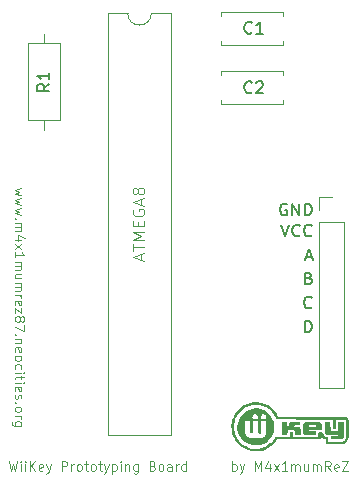
<source format=gbr>
%TF.GenerationSoftware,KiCad,Pcbnew,7.0.1*%
%TF.CreationDate,2023-04-21T06:03:37+01:00*%
%TF.ProjectId,wiikey,7769696b-6579-42e6-9b69-6361645f7063,rev?*%
%TF.SameCoordinates,Original*%
%TF.FileFunction,Legend,Top*%
%TF.FilePolarity,Positive*%
%FSLAX46Y46*%
G04 Gerber Fmt 4.6, Leading zero omitted, Abs format (unit mm)*
G04 Created by KiCad (PCBNEW 7.0.1) date 2023-04-21 06:03:37*
%MOMM*%
%LPD*%
G01*
G04 APERTURE LIST*
%ADD10C,0.100000*%
%ADD11C,0.150000*%
%ADD12C,0.125000*%
%ADD13C,0.120000*%
G04 APERTURE END LIST*
D10*
X147849638Y-102501685D02*
X147316304Y-102654066D01*
X147316304Y-102654066D02*
X147697257Y-102806447D01*
X147697257Y-102806447D02*
X147316304Y-102958828D01*
X147316304Y-102958828D02*
X147849638Y-103111209D01*
X147849638Y-103339780D02*
X147316304Y-103492161D01*
X147316304Y-103492161D02*
X147697257Y-103644542D01*
X147697257Y-103644542D02*
X147316304Y-103796923D01*
X147316304Y-103796923D02*
X147849638Y-103949304D01*
X147849638Y-104177875D02*
X147316304Y-104330256D01*
X147316304Y-104330256D02*
X147697257Y-104482637D01*
X147697257Y-104482637D02*
X147316304Y-104635018D01*
X147316304Y-104635018D02*
X147849638Y-104787399D01*
X147392495Y-105092161D02*
X147354400Y-105130256D01*
X147354400Y-105130256D02*
X147316304Y-105092161D01*
X147316304Y-105092161D02*
X147354400Y-105054065D01*
X147354400Y-105054065D02*
X147392495Y-105092161D01*
X147392495Y-105092161D02*
X147316304Y-105092161D01*
X147316304Y-105473113D02*
X147849638Y-105473113D01*
X147773447Y-105473113D02*
X147811542Y-105511208D01*
X147811542Y-105511208D02*
X147849638Y-105587398D01*
X147849638Y-105587398D02*
X147849638Y-105701684D01*
X147849638Y-105701684D02*
X147811542Y-105777875D01*
X147811542Y-105777875D02*
X147735352Y-105815970D01*
X147735352Y-105815970D02*
X147316304Y-105815970D01*
X147735352Y-105815970D02*
X147811542Y-105854065D01*
X147811542Y-105854065D02*
X147849638Y-105930256D01*
X147849638Y-105930256D02*
X147849638Y-106044541D01*
X147849638Y-106044541D02*
X147811542Y-106120732D01*
X147811542Y-106120732D02*
X147735352Y-106158827D01*
X147735352Y-106158827D02*
X147316304Y-106158827D01*
X147849638Y-106882637D02*
X147316304Y-106882637D01*
X148154400Y-106692161D02*
X147582971Y-106501684D01*
X147582971Y-106501684D02*
X147582971Y-106996923D01*
X147316304Y-107225494D02*
X147849638Y-107644542D01*
X147849638Y-107225494D02*
X147316304Y-107644542D01*
X147316304Y-108368351D02*
X147316304Y-107911208D01*
X147316304Y-108139780D02*
X148116304Y-108139780D01*
X148116304Y-108139780D02*
X148002019Y-108063589D01*
X148002019Y-108063589D02*
X147925828Y-107987399D01*
X147925828Y-107987399D02*
X147887733Y-107911208D01*
X147316304Y-108711209D02*
X147849638Y-108711209D01*
X147773447Y-108711209D02*
X147811542Y-108749304D01*
X147811542Y-108749304D02*
X147849638Y-108825494D01*
X147849638Y-108825494D02*
X147849638Y-108939780D01*
X147849638Y-108939780D02*
X147811542Y-109015971D01*
X147811542Y-109015971D02*
X147735352Y-109054066D01*
X147735352Y-109054066D02*
X147316304Y-109054066D01*
X147735352Y-109054066D02*
X147811542Y-109092161D01*
X147811542Y-109092161D02*
X147849638Y-109168352D01*
X147849638Y-109168352D02*
X147849638Y-109282637D01*
X147849638Y-109282637D02*
X147811542Y-109358828D01*
X147811542Y-109358828D02*
X147735352Y-109396923D01*
X147735352Y-109396923D02*
X147316304Y-109396923D01*
X147849638Y-110120733D02*
X147316304Y-110120733D01*
X147849638Y-109777876D02*
X147430590Y-109777876D01*
X147430590Y-109777876D02*
X147354400Y-109815971D01*
X147354400Y-109815971D02*
X147316304Y-109892161D01*
X147316304Y-109892161D02*
X147316304Y-110006447D01*
X147316304Y-110006447D02*
X147354400Y-110082638D01*
X147354400Y-110082638D02*
X147392495Y-110120733D01*
X147316304Y-110501686D02*
X147849638Y-110501686D01*
X147773447Y-110501686D02*
X147811542Y-110539781D01*
X147811542Y-110539781D02*
X147849638Y-110615971D01*
X147849638Y-110615971D02*
X147849638Y-110730257D01*
X147849638Y-110730257D02*
X147811542Y-110806448D01*
X147811542Y-110806448D02*
X147735352Y-110844543D01*
X147735352Y-110844543D02*
X147316304Y-110844543D01*
X147735352Y-110844543D02*
X147811542Y-110882638D01*
X147811542Y-110882638D02*
X147849638Y-110958829D01*
X147849638Y-110958829D02*
X147849638Y-111073114D01*
X147849638Y-111073114D02*
X147811542Y-111149305D01*
X147811542Y-111149305D02*
X147735352Y-111187400D01*
X147735352Y-111187400D02*
X147316304Y-111187400D01*
X147316304Y-111568353D02*
X147849638Y-111568353D01*
X147697257Y-111568353D02*
X147773447Y-111606448D01*
X147773447Y-111606448D02*
X147811542Y-111644543D01*
X147811542Y-111644543D02*
X147849638Y-111720734D01*
X147849638Y-111720734D02*
X147849638Y-111796924D01*
X147354400Y-112368353D02*
X147316304Y-112292162D01*
X147316304Y-112292162D02*
X147316304Y-112139781D01*
X147316304Y-112139781D02*
X147354400Y-112063591D01*
X147354400Y-112063591D02*
X147430590Y-112025495D01*
X147430590Y-112025495D02*
X147735352Y-112025495D01*
X147735352Y-112025495D02*
X147811542Y-112063591D01*
X147811542Y-112063591D02*
X147849638Y-112139781D01*
X147849638Y-112139781D02*
X147849638Y-112292162D01*
X147849638Y-112292162D02*
X147811542Y-112368353D01*
X147811542Y-112368353D02*
X147735352Y-112406448D01*
X147735352Y-112406448D02*
X147659161Y-112406448D01*
X147659161Y-112406448D02*
X147582971Y-112025495D01*
X147849638Y-112673114D02*
X147849638Y-113092162D01*
X147849638Y-113092162D02*
X147316304Y-112673114D01*
X147316304Y-112673114D02*
X147316304Y-113092162D01*
X147773447Y-113511209D02*
X147811542Y-113435019D01*
X147811542Y-113435019D02*
X147849638Y-113396924D01*
X147849638Y-113396924D02*
X147925828Y-113358828D01*
X147925828Y-113358828D02*
X147963923Y-113358828D01*
X147963923Y-113358828D02*
X148040114Y-113396924D01*
X148040114Y-113396924D02*
X148078209Y-113435019D01*
X148078209Y-113435019D02*
X148116304Y-113511209D01*
X148116304Y-113511209D02*
X148116304Y-113663590D01*
X148116304Y-113663590D02*
X148078209Y-113739781D01*
X148078209Y-113739781D02*
X148040114Y-113777876D01*
X148040114Y-113777876D02*
X147963923Y-113815971D01*
X147963923Y-113815971D02*
X147925828Y-113815971D01*
X147925828Y-113815971D02*
X147849638Y-113777876D01*
X147849638Y-113777876D02*
X147811542Y-113739781D01*
X147811542Y-113739781D02*
X147773447Y-113663590D01*
X147773447Y-113663590D02*
X147773447Y-113511209D01*
X147773447Y-113511209D02*
X147735352Y-113435019D01*
X147735352Y-113435019D02*
X147697257Y-113396924D01*
X147697257Y-113396924D02*
X147621066Y-113358828D01*
X147621066Y-113358828D02*
X147468685Y-113358828D01*
X147468685Y-113358828D02*
X147392495Y-113396924D01*
X147392495Y-113396924D02*
X147354400Y-113435019D01*
X147354400Y-113435019D02*
X147316304Y-113511209D01*
X147316304Y-113511209D02*
X147316304Y-113663590D01*
X147316304Y-113663590D02*
X147354400Y-113739781D01*
X147354400Y-113739781D02*
X147392495Y-113777876D01*
X147392495Y-113777876D02*
X147468685Y-113815971D01*
X147468685Y-113815971D02*
X147621066Y-113815971D01*
X147621066Y-113815971D02*
X147697257Y-113777876D01*
X147697257Y-113777876D02*
X147735352Y-113739781D01*
X147735352Y-113739781D02*
X147773447Y-113663590D01*
X148116304Y-114082638D02*
X148116304Y-114615972D01*
X148116304Y-114615972D02*
X147316304Y-114273114D01*
X147392495Y-114920734D02*
X147354400Y-114958829D01*
X147354400Y-114958829D02*
X147316304Y-114920734D01*
X147316304Y-114920734D02*
X147354400Y-114882638D01*
X147354400Y-114882638D02*
X147392495Y-114920734D01*
X147392495Y-114920734D02*
X147316304Y-114920734D01*
X147849638Y-115301686D02*
X147316304Y-115301686D01*
X147773447Y-115301686D02*
X147811542Y-115339781D01*
X147811542Y-115339781D02*
X147849638Y-115415971D01*
X147849638Y-115415971D02*
X147849638Y-115530257D01*
X147849638Y-115530257D02*
X147811542Y-115606448D01*
X147811542Y-115606448D02*
X147735352Y-115644543D01*
X147735352Y-115644543D02*
X147316304Y-115644543D01*
X147354400Y-116330258D02*
X147316304Y-116254067D01*
X147316304Y-116254067D02*
X147316304Y-116101686D01*
X147316304Y-116101686D02*
X147354400Y-116025496D01*
X147354400Y-116025496D02*
X147430590Y-115987400D01*
X147430590Y-115987400D02*
X147735352Y-115987400D01*
X147735352Y-115987400D02*
X147811542Y-116025496D01*
X147811542Y-116025496D02*
X147849638Y-116101686D01*
X147849638Y-116101686D02*
X147849638Y-116254067D01*
X147849638Y-116254067D02*
X147811542Y-116330258D01*
X147811542Y-116330258D02*
X147735352Y-116368353D01*
X147735352Y-116368353D02*
X147659161Y-116368353D01*
X147659161Y-116368353D02*
X147582971Y-115987400D01*
X147316304Y-116825495D02*
X147354400Y-116749305D01*
X147354400Y-116749305D02*
X147392495Y-116711210D01*
X147392495Y-116711210D02*
X147468685Y-116673114D01*
X147468685Y-116673114D02*
X147697257Y-116673114D01*
X147697257Y-116673114D02*
X147773447Y-116711210D01*
X147773447Y-116711210D02*
X147811542Y-116749305D01*
X147811542Y-116749305D02*
X147849638Y-116825495D01*
X147849638Y-116825495D02*
X147849638Y-116939781D01*
X147849638Y-116939781D02*
X147811542Y-117015972D01*
X147811542Y-117015972D02*
X147773447Y-117054067D01*
X147773447Y-117054067D02*
X147697257Y-117092162D01*
X147697257Y-117092162D02*
X147468685Y-117092162D01*
X147468685Y-117092162D02*
X147392495Y-117054067D01*
X147392495Y-117054067D02*
X147354400Y-117015972D01*
X147354400Y-117015972D02*
X147316304Y-116939781D01*
X147316304Y-116939781D02*
X147316304Y-116825495D01*
X147354400Y-117777877D02*
X147316304Y-117701686D01*
X147316304Y-117701686D02*
X147316304Y-117549305D01*
X147316304Y-117549305D02*
X147354400Y-117473115D01*
X147354400Y-117473115D02*
X147392495Y-117435020D01*
X147392495Y-117435020D02*
X147468685Y-117396924D01*
X147468685Y-117396924D02*
X147697257Y-117396924D01*
X147697257Y-117396924D02*
X147773447Y-117435020D01*
X147773447Y-117435020D02*
X147811542Y-117473115D01*
X147811542Y-117473115D02*
X147849638Y-117549305D01*
X147849638Y-117549305D02*
X147849638Y-117701686D01*
X147849638Y-117701686D02*
X147811542Y-117777877D01*
X147316304Y-118120734D02*
X147849638Y-118120734D01*
X148116304Y-118120734D02*
X148078209Y-118082638D01*
X148078209Y-118082638D02*
X148040114Y-118120734D01*
X148040114Y-118120734D02*
X148078209Y-118158829D01*
X148078209Y-118158829D02*
X148116304Y-118120734D01*
X148116304Y-118120734D02*
X148040114Y-118120734D01*
X147849638Y-118387400D02*
X147849638Y-118692162D01*
X148116304Y-118501686D02*
X147430590Y-118501686D01*
X147430590Y-118501686D02*
X147354400Y-118539781D01*
X147354400Y-118539781D02*
X147316304Y-118615971D01*
X147316304Y-118615971D02*
X147316304Y-118692162D01*
X147316304Y-118958829D02*
X147849638Y-118958829D01*
X148116304Y-118958829D02*
X148078209Y-118920733D01*
X148078209Y-118920733D02*
X148040114Y-118958829D01*
X148040114Y-118958829D02*
X148078209Y-118996924D01*
X148078209Y-118996924D02*
X148116304Y-118958829D01*
X148116304Y-118958829D02*
X148040114Y-118958829D01*
X147354400Y-119644543D02*
X147316304Y-119568352D01*
X147316304Y-119568352D02*
X147316304Y-119415971D01*
X147316304Y-119415971D02*
X147354400Y-119339781D01*
X147354400Y-119339781D02*
X147430590Y-119301685D01*
X147430590Y-119301685D02*
X147735352Y-119301685D01*
X147735352Y-119301685D02*
X147811542Y-119339781D01*
X147811542Y-119339781D02*
X147849638Y-119415971D01*
X147849638Y-119415971D02*
X147849638Y-119568352D01*
X147849638Y-119568352D02*
X147811542Y-119644543D01*
X147811542Y-119644543D02*
X147735352Y-119682638D01*
X147735352Y-119682638D02*
X147659161Y-119682638D01*
X147659161Y-119682638D02*
X147582971Y-119301685D01*
X147354400Y-119987399D02*
X147316304Y-120063590D01*
X147316304Y-120063590D02*
X147316304Y-120215971D01*
X147316304Y-120215971D02*
X147354400Y-120292161D01*
X147354400Y-120292161D02*
X147430590Y-120330257D01*
X147430590Y-120330257D02*
X147468685Y-120330257D01*
X147468685Y-120330257D02*
X147544876Y-120292161D01*
X147544876Y-120292161D02*
X147582971Y-120215971D01*
X147582971Y-120215971D02*
X147582971Y-120101685D01*
X147582971Y-120101685D02*
X147621066Y-120025495D01*
X147621066Y-120025495D02*
X147697257Y-119987399D01*
X147697257Y-119987399D02*
X147735352Y-119987399D01*
X147735352Y-119987399D02*
X147811542Y-120025495D01*
X147811542Y-120025495D02*
X147849638Y-120101685D01*
X147849638Y-120101685D02*
X147849638Y-120215971D01*
X147849638Y-120215971D02*
X147811542Y-120292161D01*
X147392495Y-120673114D02*
X147354400Y-120711209D01*
X147354400Y-120711209D02*
X147316304Y-120673114D01*
X147316304Y-120673114D02*
X147354400Y-120635018D01*
X147354400Y-120635018D02*
X147392495Y-120673114D01*
X147392495Y-120673114D02*
X147316304Y-120673114D01*
X147316304Y-121168351D02*
X147354400Y-121092161D01*
X147354400Y-121092161D02*
X147392495Y-121054066D01*
X147392495Y-121054066D02*
X147468685Y-121015970D01*
X147468685Y-121015970D02*
X147697257Y-121015970D01*
X147697257Y-121015970D02*
X147773447Y-121054066D01*
X147773447Y-121054066D02*
X147811542Y-121092161D01*
X147811542Y-121092161D02*
X147849638Y-121168351D01*
X147849638Y-121168351D02*
X147849638Y-121282637D01*
X147849638Y-121282637D02*
X147811542Y-121358828D01*
X147811542Y-121358828D02*
X147773447Y-121396923D01*
X147773447Y-121396923D02*
X147697257Y-121435018D01*
X147697257Y-121435018D02*
X147468685Y-121435018D01*
X147468685Y-121435018D02*
X147392495Y-121396923D01*
X147392495Y-121396923D02*
X147354400Y-121358828D01*
X147354400Y-121358828D02*
X147316304Y-121282637D01*
X147316304Y-121282637D02*
X147316304Y-121168351D01*
X147316304Y-121777876D02*
X147849638Y-121777876D01*
X147697257Y-121777876D02*
X147773447Y-121815971D01*
X147773447Y-121815971D02*
X147811542Y-121854066D01*
X147811542Y-121854066D02*
X147849638Y-121930257D01*
X147849638Y-121930257D02*
X147849638Y-122006447D01*
X147849638Y-122615971D02*
X147202019Y-122615971D01*
X147202019Y-122615971D02*
X147125828Y-122577876D01*
X147125828Y-122577876D02*
X147087733Y-122539780D01*
X147087733Y-122539780D02*
X147049638Y-122463590D01*
X147049638Y-122463590D02*
X147049638Y-122349304D01*
X147049638Y-122349304D02*
X147087733Y-122273114D01*
X147354400Y-122615971D02*
X147316304Y-122539780D01*
X147316304Y-122539780D02*
X147316304Y-122387399D01*
X147316304Y-122387399D02*
X147354400Y-122311209D01*
X147354400Y-122311209D02*
X147392495Y-122273114D01*
X147392495Y-122273114D02*
X147468685Y-122235018D01*
X147468685Y-122235018D02*
X147697257Y-122235018D01*
X147697257Y-122235018D02*
X147773447Y-122273114D01*
X147773447Y-122273114D02*
X147811542Y-122311209D01*
X147811542Y-122311209D02*
X147849638Y-122387399D01*
X147849638Y-122387399D02*
X147849638Y-122539780D01*
X147849638Y-122539780D02*
X147811542Y-122615971D01*
X146824685Y-125619495D02*
X147015161Y-126419495D01*
X147015161Y-126419495D02*
X147167542Y-125848066D01*
X147167542Y-125848066D02*
X147319923Y-126419495D01*
X147319923Y-126419495D02*
X147510400Y-125619495D01*
X147815162Y-126419495D02*
X147815162Y-125886161D01*
X147815162Y-125619495D02*
X147777066Y-125657590D01*
X147777066Y-125657590D02*
X147815162Y-125695685D01*
X147815162Y-125695685D02*
X147853257Y-125657590D01*
X147853257Y-125657590D02*
X147815162Y-125619495D01*
X147815162Y-125619495D02*
X147815162Y-125695685D01*
X148196114Y-126419495D02*
X148196114Y-125886161D01*
X148196114Y-125619495D02*
X148158018Y-125657590D01*
X148158018Y-125657590D02*
X148196114Y-125695685D01*
X148196114Y-125695685D02*
X148234209Y-125657590D01*
X148234209Y-125657590D02*
X148196114Y-125619495D01*
X148196114Y-125619495D02*
X148196114Y-125695685D01*
X148577066Y-126419495D02*
X148577066Y-125619495D01*
X149034209Y-126419495D02*
X148691351Y-125962352D01*
X149034209Y-125619495D02*
X148577066Y-126076638D01*
X149681828Y-126381400D02*
X149605637Y-126419495D01*
X149605637Y-126419495D02*
X149453256Y-126419495D01*
X149453256Y-126419495D02*
X149377066Y-126381400D01*
X149377066Y-126381400D02*
X149338970Y-126305209D01*
X149338970Y-126305209D02*
X149338970Y-126000447D01*
X149338970Y-126000447D02*
X149377066Y-125924257D01*
X149377066Y-125924257D02*
X149453256Y-125886161D01*
X149453256Y-125886161D02*
X149605637Y-125886161D01*
X149605637Y-125886161D02*
X149681828Y-125924257D01*
X149681828Y-125924257D02*
X149719923Y-126000447D01*
X149719923Y-126000447D02*
X149719923Y-126076638D01*
X149719923Y-126076638D02*
X149338970Y-126152828D01*
X149986589Y-125886161D02*
X150177065Y-126419495D01*
X150367542Y-125886161D02*
X150177065Y-126419495D01*
X150177065Y-126419495D02*
X150100875Y-126609971D01*
X150100875Y-126609971D02*
X150062780Y-126648066D01*
X150062780Y-126648066D02*
X149986589Y-126686161D01*
X151281828Y-126419495D02*
X151281828Y-125619495D01*
X151281828Y-125619495D02*
X151586590Y-125619495D01*
X151586590Y-125619495D02*
X151662780Y-125657590D01*
X151662780Y-125657590D02*
X151700875Y-125695685D01*
X151700875Y-125695685D02*
X151738971Y-125771876D01*
X151738971Y-125771876D02*
X151738971Y-125886161D01*
X151738971Y-125886161D02*
X151700875Y-125962352D01*
X151700875Y-125962352D02*
X151662780Y-126000447D01*
X151662780Y-126000447D02*
X151586590Y-126038542D01*
X151586590Y-126038542D02*
X151281828Y-126038542D01*
X152081828Y-126419495D02*
X152081828Y-125886161D01*
X152081828Y-126038542D02*
X152119923Y-125962352D01*
X152119923Y-125962352D02*
X152158018Y-125924257D01*
X152158018Y-125924257D02*
X152234209Y-125886161D01*
X152234209Y-125886161D02*
X152310399Y-125886161D01*
X152691351Y-126419495D02*
X152615161Y-126381400D01*
X152615161Y-126381400D02*
X152577066Y-126343304D01*
X152577066Y-126343304D02*
X152538970Y-126267114D01*
X152538970Y-126267114D02*
X152538970Y-126038542D01*
X152538970Y-126038542D02*
X152577066Y-125962352D01*
X152577066Y-125962352D02*
X152615161Y-125924257D01*
X152615161Y-125924257D02*
X152691351Y-125886161D01*
X152691351Y-125886161D02*
X152805637Y-125886161D01*
X152805637Y-125886161D02*
X152881828Y-125924257D01*
X152881828Y-125924257D02*
X152919923Y-125962352D01*
X152919923Y-125962352D02*
X152958018Y-126038542D01*
X152958018Y-126038542D02*
X152958018Y-126267114D01*
X152958018Y-126267114D02*
X152919923Y-126343304D01*
X152919923Y-126343304D02*
X152881828Y-126381400D01*
X152881828Y-126381400D02*
X152805637Y-126419495D01*
X152805637Y-126419495D02*
X152691351Y-126419495D01*
X153186590Y-125886161D02*
X153491352Y-125886161D01*
X153300876Y-125619495D02*
X153300876Y-126305209D01*
X153300876Y-126305209D02*
X153338971Y-126381400D01*
X153338971Y-126381400D02*
X153415161Y-126419495D01*
X153415161Y-126419495D02*
X153491352Y-126419495D01*
X153872304Y-126419495D02*
X153796114Y-126381400D01*
X153796114Y-126381400D02*
X153758019Y-126343304D01*
X153758019Y-126343304D02*
X153719923Y-126267114D01*
X153719923Y-126267114D02*
X153719923Y-126038542D01*
X153719923Y-126038542D02*
X153758019Y-125962352D01*
X153758019Y-125962352D02*
X153796114Y-125924257D01*
X153796114Y-125924257D02*
X153872304Y-125886161D01*
X153872304Y-125886161D02*
X153986590Y-125886161D01*
X153986590Y-125886161D02*
X154062781Y-125924257D01*
X154062781Y-125924257D02*
X154100876Y-125962352D01*
X154100876Y-125962352D02*
X154138971Y-126038542D01*
X154138971Y-126038542D02*
X154138971Y-126267114D01*
X154138971Y-126267114D02*
X154100876Y-126343304D01*
X154100876Y-126343304D02*
X154062781Y-126381400D01*
X154062781Y-126381400D02*
X153986590Y-126419495D01*
X153986590Y-126419495D02*
X153872304Y-126419495D01*
X154367543Y-125886161D02*
X154672305Y-125886161D01*
X154481829Y-125619495D02*
X154481829Y-126305209D01*
X154481829Y-126305209D02*
X154519924Y-126381400D01*
X154519924Y-126381400D02*
X154596114Y-126419495D01*
X154596114Y-126419495D02*
X154672305Y-126419495D01*
X154862781Y-125886161D02*
X155053257Y-126419495D01*
X155243734Y-125886161D02*
X155053257Y-126419495D01*
X155053257Y-126419495D02*
X154977067Y-126609971D01*
X154977067Y-126609971D02*
X154938972Y-126648066D01*
X154938972Y-126648066D02*
X154862781Y-126686161D01*
X155548496Y-125886161D02*
X155548496Y-126686161D01*
X155548496Y-125924257D02*
X155624686Y-125886161D01*
X155624686Y-125886161D02*
X155777067Y-125886161D01*
X155777067Y-125886161D02*
X155853258Y-125924257D01*
X155853258Y-125924257D02*
X155891353Y-125962352D01*
X155891353Y-125962352D02*
X155929448Y-126038542D01*
X155929448Y-126038542D02*
X155929448Y-126267114D01*
X155929448Y-126267114D02*
X155891353Y-126343304D01*
X155891353Y-126343304D02*
X155853258Y-126381400D01*
X155853258Y-126381400D02*
X155777067Y-126419495D01*
X155777067Y-126419495D02*
X155624686Y-126419495D01*
X155624686Y-126419495D02*
X155548496Y-126381400D01*
X156272306Y-126419495D02*
X156272306Y-125886161D01*
X156272306Y-125619495D02*
X156234210Y-125657590D01*
X156234210Y-125657590D02*
X156272306Y-125695685D01*
X156272306Y-125695685D02*
X156310401Y-125657590D01*
X156310401Y-125657590D02*
X156272306Y-125619495D01*
X156272306Y-125619495D02*
X156272306Y-125695685D01*
X156653258Y-125886161D02*
X156653258Y-126419495D01*
X156653258Y-125962352D02*
X156691353Y-125924257D01*
X156691353Y-125924257D02*
X156767543Y-125886161D01*
X156767543Y-125886161D02*
X156881829Y-125886161D01*
X156881829Y-125886161D02*
X156958020Y-125924257D01*
X156958020Y-125924257D02*
X156996115Y-126000447D01*
X156996115Y-126000447D02*
X156996115Y-126419495D01*
X157719925Y-125886161D02*
X157719925Y-126533780D01*
X157719925Y-126533780D02*
X157681830Y-126609971D01*
X157681830Y-126609971D02*
X157643734Y-126648066D01*
X157643734Y-126648066D02*
X157567544Y-126686161D01*
X157567544Y-126686161D02*
X157453258Y-126686161D01*
X157453258Y-126686161D02*
X157377068Y-126648066D01*
X157719925Y-126381400D02*
X157643734Y-126419495D01*
X157643734Y-126419495D02*
X157491353Y-126419495D01*
X157491353Y-126419495D02*
X157415163Y-126381400D01*
X157415163Y-126381400D02*
X157377068Y-126343304D01*
X157377068Y-126343304D02*
X157338972Y-126267114D01*
X157338972Y-126267114D02*
X157338972Y-126038542D01*
X157338972Y-126038542D02*
X157377068Y-125962352D01*
X157377068Y-125962352D02*
X157415163Y-125924257D01*
X157415163Y-125924257D02*
X157491353Y-125886161D01*
X157491353Y-125886161D02*
X157643734Y-125886161D01*
X157643734Y-125886161D02*
X157719925Y-125924257D01*
X158977068Y-126000447D02*
X159091354Y-126038542D01*
X159091354Y-126038542D02*
X159129449Y-126076638D01*
X159129449Y-126076638D02*
X159167545Y-126152828D01*
X159167545Y-126152828D02*
X159167545Y-126267114D01*
X159167545Y-126267114D02*
X159129449Y-126343304D01*
X159129449Y-126343304D02*
X159091354Y-126381400D01*
X159091354Y-126381400D02*
X159015164Y-126419495D01*
X159015164Y-126419495D02*
X158710402Y-126419495D01*
X158710402Y-126419495D02*
X158710402Y-125619495D01*
X158710402Y-125619495D02*
X158977068Y-125619495D01*
X158977068Y-125619495D02*
X159053259Y-125657590D01*
X159053259Y-125657590D02*
X159091354Y-125695685D01*
X159091354Y-125695685D02*
X159129449Y-125771876D01*
X159129449Y-125771876D02*
X159129449Y-125848066D01*
X159129449Y-125848066D02*
X159091354Y-125924257D01*
X159091354Y-125924257D02*
X159053259Y-125962352D01*
X159053259Y-125962352D02*
X158977068Y-126000447D01*
X158977068Y-126000447D02*
X158710402Y-126000447D01*
X159624687Y-126419495D02*
X159548497Y-126381400D01*
X159548497Y-126381400D02*
X159510402Y-126343304D01*
X159510402Y-126343304D02*
X159472306Y-126267114D01*
X159472306Y-126267114D02*
X159472306Y-126038542D01*
X159472306Y-126038542D02*
X159510402Y-125962352D01*
X159510402Y-125962352D02*
X159548497Y-125924257D01*
X159548497Y-125924257D02*
X159624687Y-125886161D01*
X159624687Y-125886161D02*
X159738973Y-125886161D01*
X159738973Y-125886161D02*
X159815164Y-125924257D01*
X159815164Y-125924257D02*
X159853259Y-125962352D01*
X159853259Y-125962352D02*
X159891354Y-126038542D01*
X159891354Y-126038542D02*
X159891354Y-126267114D01*
X159891354Y-126267114D02*
X159853259Y-126343304D01*
X159853259Y-126343304D02*
X159815164Y-126381400D01*
X159815164Y-126381400D02*
X159738973Y-126419495D01*
X159738973Y-126419495D02*
X159624687Y-126419495D01*
X160577069Y-126419495D02*
X160577069Y-126000447D01*
X160577069Y-126000447D02*
X160538974Y-125924257D01*
X160538974Y-125924257D02*
X160462783Y-125886161D01*
X160462783Y-125886161D02*
X160310402Y-125886161D01*
X160310402Y-125886161D02*
X160234212Y-125924257D01*
X160577069Y-126381400D02*
X160500878Y-126419495D01*
X160500878Y-126419495D02*
X160310402Y-126419495D01*
X160310402Y-126419495D02*
X160234212Y-126381400D01*
X160234212Y-126381400D02*
X160196116Y-126305209D01*
X160196116Y-126305209D02*
X160196116Y-126229019D01*
X160196116Y-126229019D02*
X160234212Y-126152828D01*
X160234212Y-126152828D02*
X160310402Y-126114733D01*
X160310402Y-126114733D02*
X160500878Y-126114733D01*
X160500878Y-126114733D02*
X160577069Y-126076638D01*
X160958022Y-126419495D02*
X160958022Y-125886161D01*
X160958022Y-126038542D02*
X160996117Y-125962352D01*
X160996117Y-125962352D02*
X161034212Y-125924257D01*
X161034212Y-125924257D02*
X161110403Y-125886161D01*
X161110403Y-125886161D02*
X161186593Y-125886161D01*
X161796117Y-126419495D02*
X161796117Y-125619495D01*
X161796117Y-126381400D02*
X161719926Y-126419495D01*
X161719926Y-126419495D02*
X161567545Y-126419495D01*
X161567545Y-126419495D02*
X161491355Y-126381400D01*
X161491355Y-126381400D02*
X161453260Y-126343304D01*
X161453260Y-126343304D02*
X161415164Y-126267114D01*
X161415164Y-126267114D02*
X161415164Y-126038542D01*
X161415164Y-126038542D02*
X161453260Y-125962352D01*
X161453260Y-125962352D02*
X161491355Y-125924257D01*
X161491355Y-125924257D02*
X161567545Y-125886161D01*
X161567545Y-125886161D02*
X161719926Y-125886161D01*
X161719926Y-125886161D02*
X161796117Y-125924257D01*
D11*
X169856495Y-105583019D02*
X170189828Y-106583019D01*
X170189828Y-106583019D02*
X170523161Y-105583019D01*
X171427923Y-106487780D02*
X171380304Y-106535400D01*
X171380304Y-106535400D02*
X171237447Y-106583019D01*
X171237447Y-106583019D02*
X171142209Y-106583019D01*
X171142209Y-106583019D02*
X170999352Y-106535400D01*
X170999352Y-106535400D02*
X170904114Y-106440161D01*
X170904114Y-106440161D02*
X170856495Y-106344923D01*
X170856495Y-106344923D02*
X170808876Y-106154447D01*
X170808876Y-106154447D02*
X170808876Y-106011590D01*
X170808876Y-106011590D02*
X170856495Y-105821114D01*
X170856495Y-105821114D02*
X170904114Y-105725876D01*
X170904114Y-105725876D02*
X170999352Y-105630638D01*
X170999352Y-105630638D02*
X171142209Y-105583019D01*
X171142209Y-105583019D02*
X171237447Y-105583019D01*
X171237447Y-105583019D02*
X171380304Y-105630638D01*
X171380304Y-105630638D02*
X171427923Y-105678257D01*
X172427923Y-106487780D02*
X172380304Y-106535400D01*
X172380304Y-106535400D02*
X172237447Y-106583019D01*
X172237447Y-106583019D02*
X172142209Y-106583019D01*
X172142209Y-106583019D02*
X171999352Y-106535400D01*
X171999352Y-106535400D02*
X171904114Y-106440161D01*
X171904114Y-106440161D02*
X171856495Y-106344923D01*
X171856495Y-106344923D02*
X171808876Y-106154447D01*
X171808876Y-106154447D02*
X171808876Y-106011590D01*
X171808876Y-106011590D02*
X171856495Y-105821114D01*
X171856495Y-105821114D02*
X171904114Y-105725876D01*
X171904114Y-105725876D02*
X171999352Y-105630638D01*
X171999352Y-105630638D02*
X172142209Y-105583019D01*
X172142209Y-105583019D02*
X172237447Y-105583019D01*
X172237447Y-105583019D02*
X172380304Y-105630638D01*
X172380304Y-105630638D02*
X172427923Y-105678257D01*
X171951733Y-108329304D02*
X172427923Y-108329304D01*
X171856495Y-108615019D02*
X172189828Y-107615019D01*
X172189828Y-107615019D02*
X172523161Y-108615019D01*
X170332685Y-103852638D02*
X170237447Y-103805019D01*
X170237447Y-103805019D02*
X170094590Y-103805019D01*
X170094590Y-103805019D02*
X169951733Y-103852638D01*
X169951733Y-103852638D02*
X169856495Y-103947876D01*
X169856495Y-103947876D02*
X169808876Y-104043114D01*
X169808876Y-104043114D02*
X169761257Y-104233590D01*
X169761257Y-104233590D02*
X169761257Y-104376447D01*
X169761257Y-104376447D02*
X169808876Y-104566923D01*
X169808876Y-104566923D02*
X169856495Y-104662161D01*
X169856495Y-104662161D02*
X169951733Y-104757400D01*
X169951733Y-104757400D02*
X170094590Y-104805019D01*
X170094590Y-104805019D02*
X170189828Y-104805019D01*
X170189828Y-104805019D02*
X170332685Y-104757400D01*
X170332685Y-104757400D02*
X170380304Y-104709780D01*
X170380304Y-104709780D02*
X170380304Y-104376447D01*
X170380304Y-104376447D02*
X170189828Y-104376447D01*
X170808876Y-104805019D02*
X170808876Y-103805019D01*
X170808876Y-103805019D02*
X171380304Y-104805019D01*
X171380304Y-104805019D02*
X171380304Y-103805019D01*
X171856495Y-104805019D02*
X171856495Y-103805019D01*
X171856495Y-103805019D02*
X172094590Y-103805019D01*
X172094590Y-103805019D02*
X172237447Y-103852638D01*
X172237447Y-103852638D02*
X172332685Y-103947876D01*
X172332685Y-103947876D02*
X172380304Y-104043114D01*
X172380304Y-104043114D02*
X172427923Y-104233590D01*
X172427923Y-104233590D02*
X172427923Y-104376447D01*
X172427923Y-104376447D02*
X172380304Y-104566923D01*
X172380304Y-104566923D02*
X172332685Y-104662161D01*
X172332685Y-104662161D02*
X172237447Y-104757400D01*
X172237447Y-104757400D02*
X172094590Y-104805019D01*
X172094590Y-104805019D02*
X171856495Y-104805019D01*
X172427923Y-112583780D02*
X172380304Y-112631400D01*
X172380304Y-112631400D02*
X172237447Y-112679019D01*
X172237447Y-112679019D02*
X172142209Y-112679019D01*
X172142209Y-112679019D02*
X171999352Y-112631400D01*
X171999352Y-112631400D02*
X171904114Y-112536161D01*
X171904114Y-112536161D02*
X171856495Y-112440923D01*
X171856495Y-112440923D02*
X171808876Y-112250447D01*
X171808876Y-112250447D02*
X171808876Y-112107590D01*
X171808876Y-112107590D02*
X171856495Y-111917114D01*
X171856495Y-111917114D02*
X171904114Y-111821876D01*
X171904114Y-111821876D02*
X171999352Y-111726638D01*
X171999352Y-111726638D02*
X172142209Y-111679019D01*
X172142209Y-111679019D02*
X172237447Y-111679019D01*
X172237447Y-111679019D02*
X172380304Y-111726638D01*
X172380304Y-111726638D02*
X172427923Y-111774257D01*
D10*
X165696876Y-126419495D02*
X165696876Y-125619495D01*
X165696876Y-125924257D02*
X165773066Y-125886161D01*
X165773066Y-125886161D02*
X165925447Y-125886161D01*
X165925447Y-125886161D02*
X166001638Y-125924257D01*
X166001638Y-125924257D02*
X166039733Y-125962352D01*
X166039733Y-125962352D02*
X166077828Y-126038542D01*
X166077828Y-126038542D02*
X166077828Y-126267114D01*
X166077828Y-126267114D02*
X166039733Y-126343304D01*
X166039733Y-126343304D02*
X166001638Y-126381400D01*
X166001638Y-126381400D02*
X165925447Y-126419495D01*
X165925447Y-126419495D02*
X165773066Y-126419495D01*
X165773066Y-126419495D02*
X165696876Y-126381400D01*
X166344495Y-125886161D02*
X166534971Y-126419495D01*
X166725448Y-125886161D02*
X166534971Y-126419495D01*
X166534971Y-126419495D02*
X166458781Y-126609971D01*
X166458781Y-126609971D02*
X166420686Y-126648066D01*
X166420686Y-126648066D02*
X166344495Y-126686161D01*
X167639734Y-126419495D02*
X167639734Y-125619495D01*
X167639734Y-125619495D02*
X167906400Y-126190923D01*
X167906400Y-126190923D02*
X168173067Y-125619495D01*
X168173067Y-125619495D02*
X168173067Y-126419495D01*
X168896877Y-125886161D02*
X168896877Y-126419495D01*
X168706401Y-125581400D02*
X168515924Y-126152828D01*
X168515924Y-126152828D02*
X169011163Y-126152828D01*
X169239734Y-126419495D02*
X169658782Y-125886161D01*
X169239734Y-125886161D02*
X169658782Y-126419495D01*
X170382591Y-126419495D02*
X169925448Y-126419495D01*
X170154020Y-126419495D02*
X170154020Y-125619495D01*
X170154020Y-125619495D02*
X170077829Y-125733780D01*
X170077829Y-125733780D02*
X170001639Y-125809971D01*
X170001639Y-125809971D02*
X169925448Y-125848066D01*
X170725449Y-126419495D02*
X170725449Y-125886161D01*
X170725449Y-125962352D02*
X170763544Y-125924257D01*
X170763544Y-125924257D02*
X170839734Y-125886161D01*
X170839734Y-125886161D02*
X170954020Y-125886161D01*
X170954020Y-125886161D02*
X171030211Y-125924257D01*
X171030211Y-125924257D02*
X171068306Y-126000447D01*
X171068306Y-126000447D02*
X171068306Y-126419495D01*
X171068306Y-126000447D02*
X171106401Y-125924257D01*
X171106401Y-125924257D02*
X171182592Y-125886161D01*
X171182592Y-125886161D02*
X171296877Y-125886161D01*
X171296877Y-125886161D02*
X171373068Y-125924257D01*
X171373068Y-125924257D02*
X171411163Y-126000447D01*
X171411163Y-126000447D02*
X171411163Y-126419495D01*
X172134973Y-125886161D02*
X172134973Y-126419495D01*
X171792116Y-125886161D02*
X171792116Y-126305209D01*
X171792116Y-126305209D02*
X171830211Y-126381400D01*
X171830211Y-126381400D02*
X171906401Y-126419495D01*
X171906401Y-126419495D02*
X172020687Y-126419495D01*
X172020687Y-126419495D02*
X172096878Y-126381400D01*
X172096878Y-126381400D02*
X172134973Y-126343304D01*
X172515926Y-126419495D02*
X172515926Y-125886161D01*
X172515926Y-125962352D02*
X172554021Y-125924257D01*
X172554021Y-125924257D02*
X172630211Y-125886161D01*
X172630211Y-125886161D02*
X172744497Y-125886161D01*
X172744497Y-125886161D02*
X172820688Y-125924257D01*
X172820688Y-125924257D02*
X172858783Y-126000447D01*
X172858783Y-126000447D02*
X172858783Y-126419495D01*
X172858783Y-126000447D02*
X172896878Y-125924257D01*
X172896878Y-125924257D02*
X172973069Y-125886161D01*
X172973069Y-125886161D02*
X173087354Y-125886161D01*
X173087354Y-125886161D02*
X173163545Y-125924257D01*
X173163545Y-125924257D02*
X173201640Y-126000447D01*
X173201640Y-126000447D02*
X173201640Y-126419495D01*
X174039736Y-126419495D02*
X173773069Y-126038542D01*
X173582593Y-126419495D02*
X173582593Y-125619495D01*
X173582593Y-125619495D02*
X173887355Y-125619495D01*
X173887355Y-125619495D02*
X173963545Y-125657590D01*
X173963545Y-125657590D02*
X174001640Y-125695685D01*
X174001640Y-125695685D02*
X174039736Y-125771876D01*
X174039736Y-125771876D02*
X174039736Y-125886161D01*
X174039736Y-125886161D02*
X174001640Y-125962352D01*
X174001640Y-125962352D02*
X173963545Y-126000447D01*
X173963545Y-126000447D02*
X173887355Y-126038542D01*
X173887355Y-126038542D02*
X173582593Y-126038542D01*
X174687355Y-126381400D02*
X174611164Y-126419495D01*
X174611164Y-126419495D02*
X174458783Y-126419495D01*
X174458783Y-126419495D02*
X174382593Y-126381400D01*
X174382593Y-126381400D02*
X174344497Y-126305209D01*
X174344497Y-126305209D02*
X174344497Y-126000447D01*
X174344497Y-126000447D02*
X174382593Y-125924257D01*
X174382593Y-125924257D02*
X174458783Y-125886161D01*
X174458783Y-125886161D02*
X174611164Y-125886161D01*
X174611164Y-125886161D02*
X174687355Y-125924257D01*
X174687355Y-125924257D02*
X174725450Y-126000447D01*
X174725450Y-126000447D02*
X174725450Y-126076638D01*
X174725450Y-126076638D02*
X174344497Y-126152828D01*
X174992116Y-125619495D02*
X175525450Y-125619495D01*
X175525450Y-125619495D02*
X174992116Y-126419495D01*
X174992116Y-126419495D02*
X175525450Y-126419495D01*
D11*
X171856495Y-114711019D02*
X171856495Y-113711019D01*
X171856495Y-113711019D02*
X172094590Y-113711019D01*
X172094590Y-113711019D02*
X172237447Y-113758638D01*
X172237447Y-113758638D02*
X172332685Y-113853876D01*
X172332685Y-113853876D02*
X172380304Y-113949114D01*
X172380304Y-113949114D02*
X172427923Y-114139590D01*
X172427923Y-114139590D02*
X172427923Y-114282447D01*
X172427923Y-114282447D02*
X172380304Y-114472923D01*
X172380304Y-114472923D02*
X172332685Y-114568161D01*
X172332685Y-114568161D02*
X172237447Y-114663400D01*
X172237447Y-114663400D02*
X172094590Y-114711019D01*
X172094590Y-114711019D02*
X171856495Y-114711019D01*
D12*
X157986304Y-108546923D02*
X157986304Y-108070733D01*
X158272019Y-108642161D02*
X157272019Y-108308828D01*
X157272019Y-108308828D02*
X158272019Y-107975495D01*
X157272019Y-107785018D02*
X157272019Y-107213590D01*
X158272019Y-107499304D02*
X157272019Y-107499304D01*
X158272019Y-106880256D02*
X157272019Y-106880256D01*
X157272019Y-106880256D02*
X157986304Y-106546923D01*
X157986304Y-106546923D02*
X157272019Y-106213590D01*
X157272019Y-106213590D02*
X158272019Y-106213590D01*
X157748209Y-105737399D02*
X157748209Y-105404066D01*
X158272019Y-105261209D02*
X158272019Y-105737399D01*
X158272019Y-105737399D02*
X157272019Y-105737399D01*
X157272019Y-105737399D02*
X157272019Y-105261209D01*
X157319638Y-104308828D02*
X157272019Y-104404066D01*
X157272019Y-104404066D02*
X157272019Y-104546923D01*
X157272019Y-104546923D02*
X157319638Y-104689780D01*
X157319638Y-104689780D02*
X157414876Y-104785018D01*
X157414876Y-104785018D02*
X157510114Y-104832637D01*
X157510114Y-104832637D02*
X157700590Y-104880256D01*
X157700590Y-104880256D02*
X157843447Y-104880256D01*
X157843447Y-104880256D02*
X158033923Y-104832637D01*
X158033923Y-104832637D02*
X158129161Y-104785018D01*
X158129161Y-104785018D02*
X158224400Y-104689780D01*
X158224400Y-104689780D02*
X158272019Y-104546923D01*
X158272019Y-104546923D02*
X158272019Y-104451685D01*
X158272019Y-104451685D02*
X158224400Y-104308828D01*
X158224400Y-104308828D02*
X158176780Y-104261209D01*
X158176780Y-104261209D02*
X157843447Y-104261209D01*
X157843447Y-104261209D02*
X157843447Y-104451685D01*
X157986304Y-103880256D02*
X157986304Y-103404066D01*
X158272019Y-103975494D02*
X157272019Y-103642161D01*
X157272019Y-103642161D02*
X158272019Y-103308828D01*
X157700590Y-102832637D02*
X157652971Y-102927875D01*
X157652971Y-102927875D02*
X157605352Y-102975494D01*
X157605352Y-102975494D02*
X157510114Y-103023113D01*
X157510114Y-103023113D02*
X157462495Y-103023113D01*
X157462495Y-103023113D02*
X157367257Y-102975494D01*
X157367257Y-102975494D02*
X157319638Y-102927875D01*
X157319638Y-102927875D02*
X157272019Y-102832637D01*
X157272019Y-102832637D02*
X157272019Y-102642161D01*
X157272019Y-102642161D02*
X157319638Y-102546923D01*
X157319638Y-102546923D02*
X157367257Y-102499304D01*
X157367257Y-102499304D02*
X157462495Y-102451685D01*
X157462495Y-102451685D02*
X157510114Y-102451685D01*
X157510114Y-102451685D02*
X157605352Y-102499304D01*
X157605352Y-102499304D02*
X157652971Y-102546923D01*
X157652971Y-102546923D02*
X157700590Y-102642161D01*
X157700590Y-102642161D02*
X157700590Y-102832637D01*
X157700590Y-102832637D02*
X157748209Y-102927875D01*
X157748209Y-102927875D02*
X157795828Y-102975494D01*
X157795828Y-102975494D02*
X157891066Y-103023113D01*
X157891066Y-103023113D02*
X158081542Y-103023113D01*
X158081542Y-103023113D02*
X158176780Y-102975494D01*
X158176780Y-102975494D02*
X158224400Y-102927875D01*
X158224400Y-102927875D02*
X158272019Y-102832637D01*
X158272019Y-102832637D02*
X158272019Y-102642161D01*
X158272019Y-102642161D02*
X158224400Y-102546923D01*
X158224400Y-102546923D02*
X158176780Y-102499304D01*
X158176780Y-102499304D02*
X158081542Y-102451685D01*
X158081542Y-102451685D02*
X157891066Y-102451685D01*
X157891066Y-102451685D02*
X157795828Y-102499304D01*
X157795828Y-102499304D02*
X157748209Y-102546923D01*
X157748209Y-102546923D02*
X157700590Y-102642161D01*
D11*
X172189828Y-110123209D02*
X172332685Y-110170828D01*
X172332685Y-110170828D02*
X172380304Y-110218447D01*
X172380304Y-110218447D02*
X172427923Y-110313685D01*
X172427923Y-110313685D02*
X172427923Y-110456542D01*
X172427923Y-110456542D02*
X172380304Y-110551780D01*
X172380304Y-110551780D02*
X172332685Y-110599400D01*
X172332685Y-110599400D02*
X172237447Y-110647019D01*
X172237447Y-110647019D02*
X171856495Y-110647019D01*
X171856495Y-110647019D02*
X171856495Y-109647019D01*
X171856495Y-109647019D02*
X172189828Y-109647019D01*
X172189828Y-109647019D02*
X172285066Y-109694638D01*
X172285066Y-109694638D02*
X172332685Y-109742257D01*
X172332685Y-109742257D02*
X172380304Y-109837495D01*
X172380304Y-109837495D02*
X172380304Y-109932733D01*
X172380304Y-109932733D02*
X172332685Y-110027971D01*
X172332685Y-110027971D02*
X172285066Y-110075590D01*
X172285066Y-110075590D02*
X172189828Y-110123209D01*
X172189828Y-110123209D02*
X171856495Y-110123209D01*
%TO.C,R1*%
X150221019Y-93664066D02*
X149744828Y-93997399D01*
X150221019Y-94235494D02*
X149221019Y-94235494D01*
X149221019Y-94235494D02*
X149221019Y-93854542D01*
X149221019Y-93854542D02*
X149268638Y-93759304D01*
X149268638Y-93759304D02*
X149316257Y-93711685D01*
X149316257Y-93711685D02*
X149411495Y-93664066D01*
X149411495Y-93664066D02*
X149554352Y-93664066D01*
X149554352Y-93664066D02*
X149649590Y-93711685D01*
X149649590Y-93711685D02*
X149697209Y-93759304D01*
X149697209Y-93759304D02*
X149744828Y-93854542D01*
X149744828Y-93854542D02*
X149744828Y-94235494D01*
X150221019Y-92711685D02*
X150221019Y-93283113D01*
X150221019Y-92997399D02*
X149221019Y-92997399D01*
X149221019Y-92997399D02*
X149363876Y-93092637D01*
X149363876Y-93092637D02*
X149459114Y-93187875D01*
X149459114Y-93187875D02*
X149506733Y-93283113D01*
%TO.C,C2*%
X167371733Y-94372780D02*
X167324114Y-94420400D01*
X167324114Y-94420400D02*
X167181257Y-94468019D01*
X167181257Y-94468019D02*
X167086019Y-94468019D01*
X167086019Y-94468019D02*
X166943162Y-94420400D01*
X166943162Y-94420400D02*
X166847924Y-94325161D01*
X166847924Y-94325161D02*
X166800305Y-94229923D01*
X166800305Y-94229923D02*
X166752686Y-94039447D01*
X166752686Y-94039447D02*
X166752686Y-93896590D01*
X166752686Y-93896590D02*
X166800305Y-93706114D01*
X166800305Y-93706114D02*
X166847924Y-93610876D01*
X166847924Y-93610876D02*
X166943162Y-93515638D01*
X166943162Y-93515638D02*
X167086019Y-93468019D01*
X167086019Y-93468019D02*
X167181257Y-93468019D01*
X167181257Y-93468019D02*
X167324114Y-93515638D01*
X167324114Y-93515638D02*
X167371733Y-93563257D01*
X167752686Y-93563257D02*
X167800305Y-93515638D01*
X167800305Y-93515638D02*
X167895543Y-93468019D01*
X167895543Y-93468019D02*
X168133638Y-93468019D01*
X168133638Y-93468019D02*
X168228876Y-93515638D01*
X168228876Y-93515638D02*
X168276495Y-93563257D01*
X168276495Y-93563257D02*
X168324114Y-93658495D01*
X168324114Y-93658495D02*
X168324114Y-93753733D01*
X168324114Y-93753733D02*
X168276495Y-93896590D01*
X168276495Y-93896590D02*
X167705067Y-94468019D01*
X167705067Y-94468019D02*
X168324114Y-94468019D01*
%TO.C,C1*%
X167371733Y-89318180D02*
X167324114Y-89365800D01*
X167324114Y-89365800D02*
X167181257Y-89413419D01*
X167181257Y-89413419D02*
X167086019Y-89413419D01*
X167086019Y-89413419D02*
X166943162Y-89365800D01*
X166943162Y-89365800D02*
X166847924Y-89270561D01*
X166847924Y-89270561D02*
X166800305Y-89175323D01*
X166800305Y-89175323D02*
X166752686Y-88984847D01*
X166752686Y-88984847D02*
X166752686Y-88841990D01*
X166752686Y-88841990D02*
X166800305Y-88651514D01*
X166800305Y-88651514D02*
X166847924Y-88556276D01*
X166847924Y-88556276D02*
X166943162Y-88461038D01*
X166943162Y-88461038D02*
X167086019Y-88413419D01*
X167086019Y-88413419D02*
X167181257Y-88413419D01*
X167181257Y-88413419D02*
X167324114Y-88461038D01*
X167324114Y-88461038D02*
X167371733Y-88508657D01*
X168324114Y-89413419D02*
X167752686Y-89413419D01*
X168038400Y-89413419D02*
X168038400Y-88413419D01*
X168038400Y-88413419D02*
X167943162Y-88556276D01*
X167943162Y-88556276D02*
X167847924Y-88651514D01*
X167847924Y-88651514D02*
X167752686Y-88699133D01*
D13*
%TO.C,J1*%
X173082400Y-103265400D02*
X174142400Y-103265400D01*
X173082400Y-104325400D02*
X173082400Y-103265400D01*
X173082400Y-105325400D02*
X173082400Y-119385400D01*
X173082400Y-105325400D02*
X175202400Y-105325400D01*
X173082400Y-119385400D02*
X175202400Y-119385400D01*
X175202400Y-105325400D02*
X175202400Y-119385400D01*
%TO.C,R1*%
X149758400Y-89457400D02*
X149758400Y-90227400D01*
X151128400Y-90227400D02*
X148388400Y-90227400D01*
X148388400Y-90227400D02*
X148388400Y-96767400D01*
X151128400Y-96767400D02*
X151128400Y-90227400D01*
X148388400Y-96767400D02*
X151128400Y-96767400D01*
X149758400Y-97537400D02*
X149758400Y-96767400D01*
%TO.C,U1*%
X155211000Y-87697000D02*
X155211000Y-123377000D01*
X155211000Y-123377000D02*
X160511000Y-123377000D01*
X156861000Y-87697000D02*
X155211000Y-87697000D01*
X160511000Y-87697000D02*
X158861000Y-87697000D01*
X160511000Y-123377000D02*
X160511000Y-87697000D01*
X156861000Y-87697000D02*
G75*
G03*
X158861000Y-87697000I1000000J0D01*
G01*
%TO.C,G\u002A\u002A\u002A*%
G36*
X173787655Y-122284784D02*
G01*
X174019795Y-122291591D01*
X174031675Y-122650371D01*
X174038408Y-122807696D01*
X174047024Y-122922258D01*
X174058059Y-122998797D01*
X174072050Y-123042052D01*
X174076766Y-123049084D01*
X174097847Y-123066468D01*
X174132225Y-123077496D01*
X174188700Y-123083116D01*
X174276070Y-123084274D01*
X174385653Y-123082352D01*
X174661329Y-123075688D01*
X174667844Y-122677699D01*
X174674359Y-122279710D01*
X174911389Y-122279710D01*
X175148420Y-122279710D01*
X175148420Y-122980646D01*
X175148283Y-123181940D01*
X175147642Y-123341114D01*
X175146154Y-123463572D01*
X175143477Y-123554714D01*
X175139267Y-123619943D01*
X175133182Y-123664659D01*
X175124878Y-123694266D01*
X175114013Y-123714164D01*
X175100899Y-123729102D01*
X175082523Y-123744802D01*
X175058733Y-123756612D01*
X175023053Y-123765083D01*
X174969007Y-123770765D01*
X174890120Y-123774207D01*
X174779915Y-123775959D01*
X174631917Y-123776572D01*
X174541341Y-123776623D01*
X174029304Y-123776623D01*
X174036430Y-123640000D01*
X174043556Y-123503377D01*
X174315355Y-123496617D01*
X174455634Y-123490488D01*
X174553783Y-123479383D01*
X174615047Y-123462057D01*
X174644671Y-123437265D01*
X174649449Y-123417306D01*
X174626895Y-123410869D01*
X174564053Y-123405239D01*
X174468153Y-123400744D01*
X174346427Y-123397711D01*
X174206105Y-123396468D01*
X174189633Y-123396455D01*
X174030168Y-123396196D01*
X173910823Y-123394922D01*
X173824198Y-123391889D01*
X173762893Y-123386352D01*
X173719508Y-123377567D01*
X173686642Y-123364789D01*
X173656895Y-123347273D01*
X173649081Y-123342068D01*
X173568345Y-123287682D01*
X173561930Y-122782830D01*
X173555515Y-122277978D01*
X173787655Y-122284784D01*
G37*
G36*
X172539858Y-122279710D02*
G01*
X173167275Y-122279710D01*
X173243068Y-122353811D01*
X173318860Y-122427912D01*
X173318860Y-122698339D01*
X173318860Y-122968766D01*
X172818703Y-122968766D01*
X172318546Y-122968766D01*
X172325672Y-122832143D01*
X172332798Y-122695520D01*
X172588224Y-122688776D01*
X172710404Y-122683819D01*
X172790236Y-122676118D01*
X172832853Y-122664932D01*
X172843649Y-122651947D01*
X172835735Y-122616196D01*
X172807586Y-122591384D01*
X172752597Y-122575739D01*
X172664161Y-122567488D01*
X172535672Y-122564859D01*
X172518966Y-122564837D01*
X172402113Y-122565469D01*
X172323751Y-122568397D01*
X172274857Y-122575168D01*
X172246406Y-122587330D01*
X172229374Y-122606429D01*
X172224266Y-122615365D01*
X172210785Y-122667327D01*
X172205086Y-122747311D01*
X172206433Y-122840214D01*
X172214090Y-122930933D01*
X172227323Y-123004368D01*
X172245201Y-123045222D01*
X172286095Y-123061545D01*
X172371728Y-123074899D01*
X172499392Y-123084914D01*
X172553665Y-123087568D01*
X172831769Y-123099448D01*
X172831769Y-123242012D01*
X172831769Y-123384575D01*
X172368439Y-123390705D01*
X172207282Y-123392502D01*
X172086298Y-123392657D01*
X171998150Y-123390605D01*
X171935504Y-123385783D01*
X171891021Y-123377628D01*
X171857368Y-123365574D01*
X171827295Y-123349113D01*
X171780155Y-123315443D01*
X171746196Y-123275993D01*
X171723813Y-123223264D01*
X171711400Y-123149755D01*
X171707354Y-123047969D01*
X171710070Y-122910404D01*
X171713784Y-122818592D01*
X171719999Y-122673331D01*
X171727576Y-122556785D01*
X171741353Y-122465800D01*
X171766165Y-122397222D01*
X171806850Y-122347895D01*
X171868243Y-122314663D01*
X171955182Y-122294372D01*
X172072503Y-122283867D01*
X172225044Y-122279992D01*
X172417639Y-122279592D01*
X172539858Y-122279710D01*
G37*
G36*
X170377570Y-122463854D02*
G01*
X170381427Y-122563382D01*
X170386926Y-122624671D01*
X170397021Y-122656987D01*
X170414665Y-122669594D01*
X170442811Y-122671759D01*
X170443836Y-122671759D01*
X170479800Y-122666867D01*
X170500128Y-122644199D01*
X170512227Y-122591769D01*
X170517233Y-122552956D01*
X170531491Y-122457560D01*
X170551272Y-122395900D01*
X170583384Y-122354208D01*
X170632392Y-122320034D01*
X170665882Y-122304589D01*
X170711022Y-122293535D01*
X170775542Y-122286201D01*
X170867171Y-122281912D01*
X170993640Y-122279999D01*
X171096162Y-122279710D01*
X171491671Y-122279710D01*
X171484545Y-122416333D01*
X171477419Y-122552956D01*
X171217464Y-122559746D01*
X171082687Y-122565775D01*
X170989214Y-122576760D01*
X170930945Y-122594385D01*
X170901774Y-122620335D01*
X170895286Y-122648681D01*
X170910071Y-122664172D01*
X170957938Y-122675416D01*
X171044154Y-122683263D01*
X171134879Y-122687353D01*
X171243925Y-122691628D01*
X171316667Y-122697600D01*
X171364300Y-122708377D01*
X171398020Y-122727067D01*
X171429021Y-122756780D01*
X171443766Y-122773116D01*
X171473563Y-122808297D01*
X171493299Y-122841278D01*
X171505045Y-122882535D01*
X171510872Y-122942546D01*
X171512853Y-123031789D01*
X171513060Y-123123584D01*
X171513060Y-123396455D01*
X171263574Y-123396455D01*
X171014089Y-123396455D01*
X171014089Y-123230131D01*
X171010975Y-123127499D01*
X170996949Y-123055625D01*
X170964985Y-123009385D01*
X170908057Y-122983653D01*
X170819139Y-122973304D01*
X170691205Y-122973215D01*
X170662825Y-122973910D01*
X170408196Y-122980646D01*
X170396315Y-123182610D01*
X170384435Y-123384575D01*
X170140890Y-123391346D01*
X169897344Y-123398117D01*
X169897344Y-122827034D01*
X169897344Y-122255950D01*
X170134024Y-122255950D01*
X170370705Y-122255950D01*
X170377570Y-122463854D01*
G37*
G36*
X166414511Y-121847904D02*
G01*
X167426778Y-121847904D01*
X167447480Y-121945885D01*
X167501319Y-122020583D01*
X167577853Y-122067505D01*
X167666644Y-122082156D01*
X167757253Y-122060044D01*
X167819695Y-122017032D01*
X167878215Y-121933166D01*
X167890458Y-121843733D01*
X168139856Y-121843733D01*
X168160615Y-121943455D01*
X168214203Y-122019309D01*
X168290447Y-122066876D01*
X168379172Y-122081737D01*
X168470203Y-122059474D01*
X168534521Y-122015144D01*
X168579767Y-121943061D01*
X168595006Y-121851868D01*
X168580589Y-121759013D01*
X168536867Y-121681948D01*
X168527645Y-121672682D01*
X168445558Y-121624571D01*
X168355846Y-121615264D01*
X168269543Y-121639893D01*
X168197681Y-121693594D01*
X168151290Y-121771499D01*
X168139856Y-121843733D01*
X167890458Y-121843733D01*
X167891679Y-121834817D01*
X167877553Y-121768413D01*
X167826755Y-121682045D01*
X167744208Y-121630143D01*
X167643043Y-121614416D01*
X167550397Y-121635870D01*
X167478340Y-121694196D01*
X167435262Y-121780334D01*
X167426778Y-121847904D01*
X166414511Y-121847904D01*
X166511474Y-121705318D01*
X166690817Y-121517516D01*
X166897669Y-121363881D01*
X167128933Y-121247662D01*
X167378729Y-121172684D01*
X167649091Y-121139221D01*
X167912809Y-121150585D01*
X168165714Y-121204146D01*
X168403637Y-121297275D01*
X168622409Y-121427340D01*
X168817860Y-121591714D01*
X168985821Y-121787765D01*
X169122124Y-122012865D01*
X169222599Y-122264382D01*
X169246747Y-122350992D01*
X169265833Y-122464489D01*
X169275549Y-122604823D01*
X169276330Y-122758100D01*
X169268614Y-122910425D01*
X169252838Y-123047902D01*
X169229439Y-123156636D01*
X169220600Y-123182610D01*
X169094785Y-123452698D01*
X168941163Y-123685440D01*
X168760404Y-123880012D01*
X168553180Y-124035591D01*
X168499536Y-124067062D01*
X168405523Y-124118226D01*
X168329591Y-124154847D01*
X168256619Y-124182402D01*
X168171486Y-124206366D01*
X168059069Y-124232215D01*
X168020263Y-124240618D01*
X167891779Y-124260212D01*
X167745788Y-124270087D01*
X167604122Y-124269469D01*
X167497531Y-124259162D01*
X167235502Y-124197979D01*
X167004611Y-124105772D01*
X166796936Y-123978579D01*
X166605242Y-123813129D01*
X166436370Y-123614068D01*
X166303559Y-123392475D01*
X166208931Y-123155030D01*
X166154609Y-122908409D01*
X166150596Y-122824367D01*
X166764195Y-122824367D01*
X166766404Y-122979741D01*
X166771791Y-123106392D01*
X166780100Y-123196593D01*
X166784437Y-123221924D01*
X166840439Y-123380102D01*
X166930147Y-123509488D01*
X167047126Y-123606719D01*
X167184937Y-123668436D01*
X167337145Y-123691277D01*
X167497314Y-123671883D01*
X167587851Y-123641418D01*
X167644961Y-123621772D01*
X167693668Y-123620896D01*
X167756813Y-123639486D01*
X167777383Y-123647200D01*
X167927805Y-123681525D01*
X168087463Y-123678353D01*
X168236941Y-123638100D01*
X168238798Y-123637306D01*
X168316968Y-123593946D01*
X168394801Y-123534948D01*
X168461523Y-123470488D01*
X168506359Y-123410740D01*
X168519234Y-123372496D01*
X168535078Y-123323250D01*
X168548935Y-123305014D01*
X168559316Y-123280858D01*
X168567224Y-123228918D01*
X168572880Y-123144954D01*
X168576505Y-123024724D01*
X168578321Y-122863990D01*
X168578635Y-122735949D01*
X168578635Y-122196549D01*
X168370731Y-122189683D01*
X168162826Y-122182818D01*
X168162826Y-122682714D01*
X168162566Y-122849904D01*
X168161406Y-122976143D01*
X168158775Y-123067998D01*
X168154103Y-123132039D01*
X168146821Y-123174833D01*
X168136357Y-123202949D01*
X168122142Y-123222955D01*
X168115305Y-123230131D01*
X168047705Y-123272259D01*
X167976451Y-123267007D01*
X167935702Y-123243965D01*
X167920423Y-123229825D01*
X167908772Y-123208484D01*
X167900134Y-123173659D01*
X167893896Y-123119071D01*
X167889445Y-123038436D01*
X167886167Y-122925475D01*
X167883449Y-122773905D01*
X167882330Y-122697473D01*
X167875081Y-122184668D01*
X167674426Y-122184668D01*
X167473771Y-122184668D01*
X167473771Y-122658761D01*
X167472201Y-122857057D01*
X167467532Y-123011657D01*
X167459824Y-123121412D01*
X167449135Y-123185175D01*
X167445937Y-123193942D01*
X167397511Y-123251883D01*
X167329765Y-123271020D01*
X167254654Y-123248326D01*
X167247873Y-123244083D01*
X167188645Y-123205275D01*
X167188645Y-122694047D01*
X167188645Y-122182818D01*
X166980740Y-122189683D01*
X166772835Y-122196549D01*
X166765420Y-122647998D01*
X166764195Y-122824367D01*
X166150596Y-122824367D01*
X166142713Y-122659291D01*
X166169448Y-122441263D01*
X166247694Y-122170439D01*
X166362735Y-121924041D01*
X166414511Y-121847904D01*
G37*
G36*
X165635411Y-122653372D02*
G01*
X165843817Y-122653372D01*
X165847799Y-122761915D01*
X165863378Y-122882183D01*
X165869702Y-122919898D01*
X165934662Y-123208871D01*
X166024735Y-123462819D01*
X166143509Y-123689086D01*
X166294572Y-123895013D01*
X166404547Y-124014217D01*
X166631270Y-124210377D01*
X166877283Y-124365269D01*
X167138692Y-124477822D01*
X167411606Y-124546963D01*
X167692132Y-124571620D01*
X167976379Y-124550718D01*
X168186587Y-124505358D01*
X168458375Y-124410095D01*
X168699981Y-124282224D01*
X168919529Y-124117256D01*
X168967423Y-124073909D01*
X169058143Y-123982577D01*
X169149594Y-123879355D01*
X169232406Y-123775833D01*
X169297211Y-123683602D01*
X169329959Y-123625375D01*
X169358121Y-123563566D01*
X169966320Y-123557232D01*
X170574519Y-123550898D01*
X170581420Y-123354874D01*
X170588321Y-123158850D01*
X170706163Y-123158850D01*
X170824005Y-123158850D01*
X170824005Y-123360814D01*
X170824005Y-123562779D01*
X171261594Y-123562779D01*
X171432607Y-123561719D01*
X171559481Y-123558401D01*
X171645554Y-123552619D01*
X171694165Y-123544165D01*
X171708417Y-123535081D01*
X171726705Y-123519655D01*
X171771338Y-123526682D01*
X171797104Y-123535081D01*
X171853973Y-123545540D01*
X171956752Y-123553591D01*
X172103889Y-123559167D01*
X172293832Y-123562201D01*
X172442305Y-123562779D01*
X173008051Y-123562779D01*
X173014952Y-123366754D01*
X173021853Y-123170730D01*
X173185786Y-123170730D01*
X173349718Y-123170730D01*
X173382378Y-123265065D01*
X173445997Y-123384556D01*
X173540484Y-123479030D01*
X173655778Y-123540948D01*
X173779841Y-123562779D01*
X173865352Y-123562779D01*
X173865352Y-123778129D01*
X173865352Y-123993480D01*
X174453425Y-123986034D01*
X175041498Y-123978588D01*
X175146367Y-123907306D01*
X175198319Y-123870877D01*
X175240601Y-123835826D01*
X175274259Y-123797002D01*
X175300336Y-123749253D01*
X175319879Y-123687426D01*
X175333933Y-123606369D01*
X175343542Y-123500930D01*
X175349753Y-123365957D01*
X175353609Y-123196297D01*
X175356157Y-122986799D01*
X175357247Y-122867783D01*
X175364110Y-122089626D01*
X174924192Y-122089626D01*
X174484274Y-122089626D01*
X174477760Y-122487615D01*
X174471245Y-122885604D01*
X174346502Y-122892786D01*
X174221760Y-122899967D01*
X174221760Y-122494797D01*
X174221760Y-122089626D01*
X173796050Y-122089626D01*
X173630992Y-122090600D01*
X173509172Y-122093710D01*
X173426343Y-122099235D01*
X173378257Y-122107458D01*
X173360742Y-122118424D01*
X173344008Y-122134245D01*
X173302964Y-122131269D01*
X173255023Y-122118424D01*
X173200372Y-122109441D01*
X173107003Y-122102056D01*
X172982878Y-122096278D01*
X172835955Y-122092119D01*
X172674196Y-122089587D01*
X172505560Y-122088693D01*
X172338010Y-122089446D01*
X172179503Y-122091858D01*
X172038002Y-122095936D01*
X171921467Y-122101693D01*
X171837857Y-122109137D01*
X171799180Y-122116601D01*
X171739085Y-122131435D01*
X171708473Y-122121273D01*
X171705475Y-122117159D01*
X171683190Y-122110110D01*
X171624416Y-122103848D01*
X171527445Y-122098318D01*
X171390569Y-122093465D01*
X171212077Y-122089235D01*
X170990261Y-122085571D01*
X170723413Y-122082420D01*
X170586655Y-122081140D01*
X169484160Y-122071538D01*
X169411071Y-121920199D01*
X169340367Y-121782360D01*
X169269035Y-121663876D01*
X169220356Y-121592279D01*
X169193704Y-121560847D01*
X169142540Y-121505372D01*
X169075856Y-121435513D01*
X169041965Y-121400715D01*
X168817359Y-121204242D01*
X168570584Y-121049402D01*
X168304237Y-120937268D01*
X168020915Y-120868913D01*
X167723213Y-120845412D01*
X167699496Y-120845495D01*
X167408339Y-120870884D01*
X167130385Y-120939400D01*
X166869597Y-121047919D01*
X166629937Y-121193318D01*
X166415368Y-121372471D01*
X166229853Y-121582257D01*
X166077355Y-121819549D01*
X165961836Y-122081225D01*
X165910096Y-122256099D01*
X165874102Y-122414664D01*
X165852297Y-122542355D01*
X165843817Y-122653372D01*
X165635411Y-122653372D01*
X165656248Y-122395069D01*
X165721964Y-122111168D01*
X165828960Y-121832660D01*
X165975669Y-121565344D01*
X166066503Y-121433534D01*
X166250957Y-121219449D01*
X166464315Y-121037249D01*
X166709758Y-120884888D01*
X166990466Y-120760322D01*
X167236166Y-120681077D01*
X167433355Y-120642679D01*
X167655574Y-120626993D01*
X167886210Y-120633831D01*
X168108654Y-120663008D01*
X168235416Y-120692302D01*
X168505165Y-120781339D01*
X168741159Y-120891138D01*
X168954940Y-121028085D01*
X169158047Y-121198566D01*
X169169156Y-121209060D01*
X169240152Y-121283881D01*
X169319918Y-121379667D01*
X169401436Y-121486568D01*
X169477688Y-121594733D01*
X169541657Y-121694309D01*
X169586323Y-121775446D01*
X169602815Y-121817789D01*
X169617370Y-121875781D01*
X170689958Y-121876225D01*
X170942916Y-121876490D01*
X171232446Y-121877070D01*
X171547599Y-121877926D01*
X171877426Y-121879019D01*
X172210979Y-121880311D01*
X172537309Y-121881765D01*
X172845468Y-121883341D01*
X173033733Y-121884430D01*
X173312530Y-121886141D01*
X173548681Y-121887597D01*
X173747064Y-121888812D01*
X173912553Y-121889802D01*
X174050026Y-121890579D01*
X174164356Y-121891160D01*
X174260421Y-121891556D01*
X174343096Y-121891784D01*
X174417256Y-121891857D01*
X174487777Y-121891789D01*
X174559535Y-121891595D01*
X174637406Y-121891288D01*
X174726266Y-121890884D01*
X174830989Y-121890396D01*
X174927994Y-121889961D01*
X175099511Y-121889357D01*
X175229938Y-121889616D01*
X175325706Y-121891311D01*
X175393245Y-121895014D01*
X175438986Y-121901297D01*
X175469358Y-121910732D01*
X175490792Y-121923891D01*
X175509719Y-121941348D01*
X175510127Y-121941756D01*
X175524603Y-121957088D01*
X175536279Y-121974432D01*
X175545504Y-121998782D01*
X175552627Y-122035133D01*
X175557999Y-122088477D01*
X175561969Y-122163809D01*
X175564886Y-122266124D01*
X175567101Y-122400414D01*
X175568963Y-122571674D01*
X175570822Y-122784899D01*
X175571047Y-122811719D01*
X175572745Y-123031691D01*
X175573622Y-123209611D01*
X175573441Y-123350947D01*
X175571962Y-123461164D01*
X175568950Y-123545728D01*
X175564164Y-123610106D01*
X175557368Y-123659764D01*
X175548323Y-123700168D01*
X175536791Y-123736785D01*
X175529948Y-123755567D01*
X175451083Y-123912385D01*
X175343204Y-124033850D01*
X175201396Y-124125581D01*
X175065258Y-124192433D01*
X174430220Y-124192433D01*
X173795182Y-124192433D01*
X173730877Y-124128143D01*
X173691356Y-124078936D01*
X173668912Y-124019838D01*
X173657162Y-123933112D01*
X173656216Y-123920688D01*
X173645860Y-123777522D01*
X173523941Y-123719083D01*
X173432319Y-123672229D01*
X173368904Y-123630001D01*
X173317497Y-123580103D01*
X173279761Y-123533738D01*
X173229898Y-123469057D01*
X173216771Y-123566926D01*
X173196151Y-123642649D01*
X173161868Y-123705473D01*
X173153673Y-123714769D01*
X173141449Y-123726119D01*
X173126737Y-123735595D01*
X173105457Y-123743353D01*
X173073529Y-123749550D01*
X173026875Y-123754346D01*
X172961415Y-123757896D01*
X172873068Y-123760358D01*
X172757756Y-123761890D01*
X172611398Y-123762649D01*
X172429916Y-123762793D01*
X172209229Y-123762479D01*
X171945259Y-123761864D01*
X171934152Y-123761836D01*
X171701497Y-123761251D01*
X171482333Y-123760684D01*
X171281443Y-123760151D01*
X171103609Y-123759663D01*
X170953616Y-123759235D01*
X170836245Y-123758881D01*
X170756280Y-123758612D01*
X170718504Y-123758443D01*
X170717082Y-123758431D01*
X170680758Y-123758711D01*
X170604065Y-123759763D01*
X170494144Y-123761473D01*
X170358140Y-123763727D01*
X170203196Y-123766412D01*
X170087429Y-123768483D01*
X169505296Y-123779034D01*
X169423016Y-123899686D01*
X169232933Y-124136924D01*
X169009807Y-124340782D01*
X168755887Y-124509705D01*
X168473422Y-124642135D01*
X168241425Y-124717317D01*
X168029967Y-124761991D01*
X167813058Y-124786403D01*
X167605174Y-124789788D01*
X167420789Y-124771380D01*
X167378729Y-124762984D01*
X167115226Y-124694621D01*
X166888811Y-124614378D01*
X166689520Y-124517019D01*
X166507385Y-124397307D01*
X166332441Y-124250005D01*
X166250104Y-124169993D01*
X166065661Y-123962086D01*
X165918098Y-123745238D01*
X165803239Y-123510928D01*
X165716905Y-123250633D01*
X165654925Y-122955868D01*
X165633379Y-122678568D01*
X165635411Y-122653372D01*
G37*
%TO.C,C2*%
X164731000Y-92610000D02*
X164731000Y-92925000D01*
X164731000Y-92610000D02*
X169971000Y-92610000D01*
X164731000Y-95035000D02*
X164731000Y-95350000D01*
X164731000Y-95350000D02*
X169971000Y-95350000D01*
X169971000Y-92610000D02*
X169971000Y-92925000D01*
X169971000Y-95035000D02*
X169971000Y-95350000D01*
%TO.C,C1*%
X164731000Y-87607000D02*
X164731000Y-87922000D01*
X164731000Y-87607000D02*
X169971000Y-87607000D01*
X164731000Y-90032000D02*
X164731000Y-90347000D01*
X164731000Y-90347000D02*
X169971000Y-90347000D01*
X169971000Y-87607000D02*
X169971000Y-87922000D01*
X169971000Y-90032000D02*
X169971000Y-90347000D01*
%TD*%
M02*

</source>
